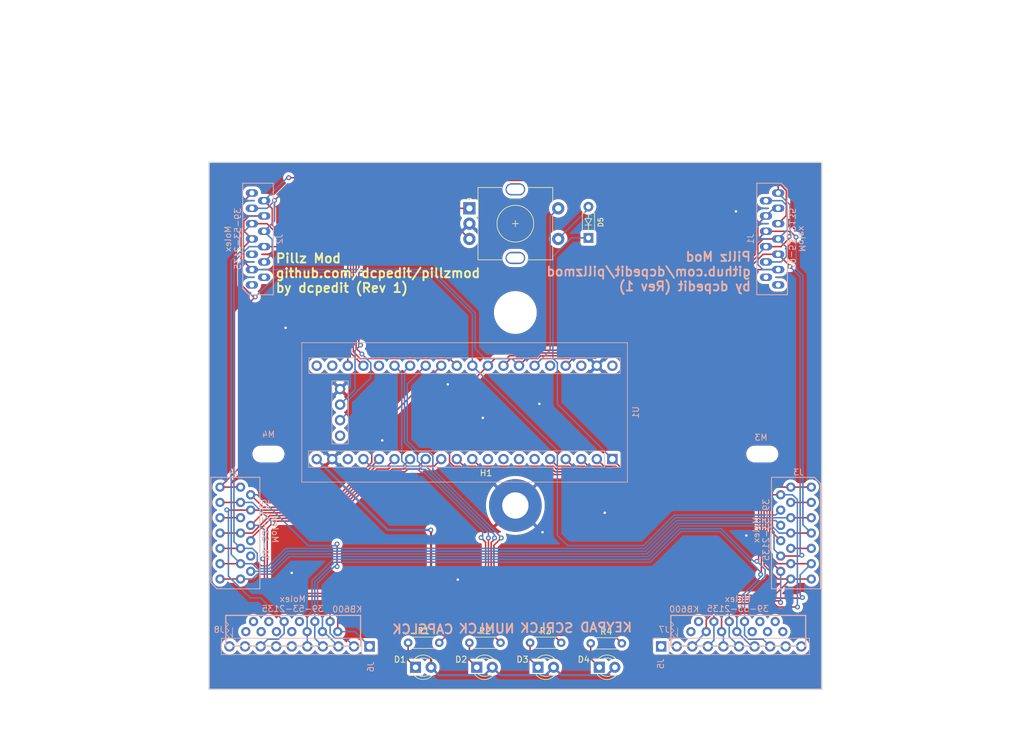
<source format=kicad_pcb>
(kicad_pcb (version 20221018) (generator pcbnew)
  (layers (0 "F.Cu" signal) (31 "B.Cu" signal) (34 "B.Paste" user) (35 "F.Paste" user) (36 "B.SilkS" user "B.Silkscreen") (37 "F.SilkS" user "F.Silkscreen") (38 "B.Mask" user) (39 "F.Mask" user) (44 "Edge.Cuts" user))
  (net 0 "")
  (net 1 "Net-(D1-K)")
  (net 2 "/3V3")
  (net 3 "Net-(D2-K)")
  (net 4 "Net-(D3-K)")
  (net 5 "Net-(D4-K)")
  (net 6 "Net-(D5-A)")
  (net 8 "/ROW_F1")
  (net 9 "/ROW_F2")
  (net 10 "/COL_4")
  (net 11 "/COL_3")
  (net 12 "/ROW_ESC")
  (net 13 "/COL_5")
  (net 14 "/COL_0")
  (net 15 "/COL_2")
  (net 16 "/COL_1")
  (net 20 "/ROW_6")
  (net 21 "/ROW_8")
  (net 22 "/ROW_7")
  (net 24 "/ROW_MIN")
  (net 25 "unconnected-(J3-Pin_3-Pad3)")
  (net 26 "/ROW_9")
  (net 27 "/ROW_0")
  (net 28 "/ROW_5")
  (net 29 "/ROW_4")
  (net 30 "/ROW_3")
  (net 31 "unconnected-(J3-Pin_9-Pad9)")
  (net 32 "/ROW_2")
  (net 33 "/ROW_1")
  (net 34 "/ROW_EQL")
  (net 36 "unconnected-(J4-Pin_9-Pad9)")
  (net 38 "/COL_6")
  (net 42 "GND")
  (net 46 "/LED_CAPS_LOCK")
  (net 47 "/LED_NUM_LOCK")
  (net 48 "/LED_SCROLL_LOCK")
  (net 49 "/LED_KEYPAD")
  (net 61 "/ENA")
  (net 62 "/ENB")
  (footprint "LED_THT:LED_D3.0mm" (layer "F.Cu") (at 133.7 132.4)
    (fp_text reference "D1")
    (fp_text value "LED_ALT")
  )
  (footprint "LED_THT:LED_D3.0mm" (layer "F.Cu") (at 143.7 132.4)
    (fp_text reference "D2")
    (fp_text value "LED_ALT")
  )
  (footprint "LED_THT:LED_D3.0mm" (layer "F.Cu") (at 153.7 132.4)
    (fp_text reference "D3")
    (fp_text value "LED_ALT")
  )
  (footprint "LED_THT:LED_D3.0mm" (layer "F.Cu") (at 163.7 132.4)
    (fp_text reference "D4")
    (fp_text value "LED_ALT")
  )
  (footprint "Resistor_THT:R_Axial_DIN0204_L3.6mm_D1.6mm_P5.08mm_Horizontal" (layer "F.Cu") (at 132.5 128.4)
    (fp_text reference "R1")
    (fp_text value "R_US")
  )
  (footprint "Resistor_THT:R_Axial_DIN0204_L3.6mm_D1.6mm_P5.08mm_Horizontal" (layer "F.Cu") (at 142.5 128.4)
    (fp_text reference "R2")
    (fp_text value "R_US")
  )
  (footprint "Resistor_THT:R_Axial_DIN0204_L3.6mm_D1.6mm_P5.08mm_Horizontal" (layer "F.Cu") (at 152.4 128.4)
    (fp_text reference "R3")
    (fp_text value "R_US")
  )
  (footprint "Resistor_THT:R_Axial_DIN0204_L3.6mm_D1.6mm_P5.08mm_Horizontal" (layer "F.Cu") (at 162.3 128.5)
    (fp_text reference "R4")
    (fp_text value "R_US")
  )
  (footprint "Keebio-Parts:RotaryEncoder_EC11" (layer "F.Cu") (at 150 60)
    (fp_text reference "SW1")
    (fp_text value "RotaryEncoder_Switch")
  )
  (footprint "cftkb:D_DO-35_SOD27_P5.08mm_Horizontal" (layer "F.Cu") (at 161.925 63.5875 90)
    (fp_text reference "D5")
    (fp_text value "D_Small")
  )
  (footprint "MountingHole:MountingHole_4.3mm_M4_Pad" (layer "F.Cu") (at 150 106)
    (fp_text reference "H1")
    (fp_text value "mounting pad")
  )
  (footprint "kinesisMod_board_connectors:Molex_0039532135" (layer "B.Cu") (at 191.9 62.5 -90)
    (fp_text reference "J1")
    (fp_text value "Conn_01x13")
  )
  (footprint "kinesisMod_board_connectors:Molex_0039532135" (layer "B.Cu") (at 108 62.5 90)
    (fp_text reference "J2")
    (fp_text value "Conn_01x13")
  )
  (footprint "kinesisMod_board_connectors:Molex_039532134" (layer "B.Cu") (at 195.8 110.5 -90)
    (fp_text reference "J3")
    (fp_text value "Conn_01x13")
  )
  (footprint "kinesisMod_board_connectors:Molex_039532134" (layer "B.Cu") (at 104.3 110.5 90)
    (fp_text reference "J4")
    (fp_text value "Conn_01x13")
  )
  (footprint "Pin_Headers:Pin_Header_Straight_1x10_Pitch2.54mm" (layer "B.Cu") (at 173.8 129 -90)
    (fp_text reference "J5" hide)
    (fp_text value "Conn_01x10")
  )
  (footprint "Pin_Headers:Pin_Header_Straight_1x10_Pitch2.54mm" (layer "B.Cu") (at 126.2 129 90)
    (fp_text reference "J6")
    (fp_text value "Conn_01x10")
  )
  (footprint "Mounting_Holes:MountingHole_6.4mm_M6" (layer "B.Cu") (at 150 74.5)
    (fp_text reference "M1" hide)
    (fp_text value "MountingHole_6.4mm_M6")
  )
  (footprint "MountingHole:MountingHole_4.3mm_M4" (layer "B.Cu") (at 109.7 97.6)
    (fp_text reference "M4")
    (fp_text value "MountingHole_4.3mm_M4")
  )
  (footprint "MountingHole:MountingHole_4.3mm_M4" (layer "B.Cu") (at 190.3 97.6)
    (fp_text reference "M3")
    (fp_text value "MountingHole_4.3mm_M4")
  )
  (footprint "kinx:39-53-2135" (layer "B.Cu") (at 186.157 126.59)
    (fp_text reference "J7")
    (fp_text value "Conn_01x13" hide)
  )
  (footprint "kinx:39-53-2135" (layer "B.Cu") (at 113.513 126.59)
    (fp_text reference "J8")
    (fp_text value "Conn_01x13" hide)
  )
  (footprint "Footprints:YAAJ_WeAct_BlackPill_SWD_2" (layer "B.Cu") (at 165.839 98.425 90)
    (fp_text reference "U1")
    (fp_text value "YAAJ_WeAct_BlackPill_Part_Like_SWD_Breakout" hide)
  )
  (gr_line (start 100 136) (end 200 136) (stroke (width 0.2)) (layer "Edge.Cuts"))
  (gr_line (start 200 50) (end 100 50) (stroke (width 0.2)) (layer "Edge.Cuts"))
  (gr_line (start 200 136) (end 200 50) (stroke (width 0.2)) (layer "Edge.Cuts"))
  (gr_line (start 100 136) (end 100 50) (stroke (width 0.2)) (layer "Edge.Cuts"))
  (gr_text "Molex\n39-53-2135" (at 190.119 109.982 90) (layer "B.SilkS") (effects (font (size 1 1)) (justify mirror)))
  (gr_text "KB600" (at 177.546 122.936) (layer "B.SilkS") (effects (font (size 1 1)) (justify mirror)))
  (gr_text "Molex\n39-53-2135" (at 103.886 62.484 90) (layer "B.SilkS") (effects (font (size 1 1)) (justify mirror)))
  (gr_text "NUMLCK" (at 145.3 126.1) (layer "B.SilkS") (effects (font (size 1.5 1.5) (thickness 0.3)) (justify mirror)))
  (gr_text "Molex\n39-53-2135" (at 113.665 122.047) (layer "B.SilkS") (effects (font (size 1 1)) (justify mirror)))
  (gr_text "Molex\n39-53-2135" (at 186.309 122.047) (layer "B.SilkS") (effects (font (size 1 1)) (justify mirror)))
  (gr_text "KEYPAD" (at 164.8 125.9) (layer "B.SilkS") (effects (font (size 1.5 1.5) (thickness 0.3)) (justify mirror)))
  (gr_text "Pillz Mod\ngithub.com/dcpedit/pillzmod\nby dcpedit (Rev 1)" (at 188.6 67.818) (layer "B.SilkS") (effects (font (size 1.5 1.5) (thickness 0.3)) (justify left mirror)))
  (gr_text "Molex\n39-53-2135" (at 109.982 109.982 270) (layer "B.SilkS") (effects (font (size 1 1)) (justify mirror)))
  (gr_text "KB600" (at 122.555 122.936) (layer "B.SilkS") (effects (font (size 1 1)) (justify mirror)))
  (gr_text "Molex\n39-53-2135" (at 195.961 62.484 270) (layer "B.SilkS") (effects (font (size 1 1)) (justify mirror)))
  (gr_text "CAPSLCK" (at 134.9 126.2) (layer "B.SilkS") (effects (font (size 1.5 1.5) (thickness 0.3)) (justify mirror)))
  (gr_text "SCRLCK" (at 155.1 126) (layer "B.SilkS") (effects (font (size 1.5 1.5) (thickness 0.3)) (justify mirror)))
  (gr_text "Pillz Mod\ngithub.com/dcpedit/pillzmod\nby dcpedit (Rev 1)" (at 110.744 68.072) (layer "F.SilkS") (effects (font (size 1.5 1.5) (thickness 0.3)) (justify left)))
  (segment (start 132.5 131.2) (end 133.7 132.4) (width 0.25) (layer "F.Cu") (net 1))
  (segment (start 132.5 128.4) (end 132.5 131.2) (width 0.25) (layer "F.Cu") (net 1))
  (segment (start 136.24 110.04) (end 136.2 110) (width 0.375) (layer "F.Cu") (net 2))
  (segment (start 136.24 132.4) (end 136.24 110.04) (width 0.375) (layer "F.Cu") (net 2))
  (via (at 136.2 110) (size 0.8) (drill 0.4) (layers "F.Cu" "B.Cu") (net 2))
  (segment (start 146.24 132.4) (end 147.527011 133.687011) (width 0.375) (layer "B.Cu") (net 2))
  (segment (start 147.527011 133.687011) (end 154.952989 133.687011) (width 0.375) (layer "B.Cu") (net 2))
  (segment (start 117.579 98.425) (end 129.154 110) (width 0.375) (layer "B.Cu") (net 2))
  (segment (start 157.527011 133.687011) (end 164.952989 133.687011) (width 0.375) (layer "B.Cu") (net 2))
  (segment (start 154.952989 133.687011) (end 156.24 132.4) (width 0.375) (layer "B.Cu") (net 2))
  (segment (start 144.952989 133.687011) (end 146.24 132.4) (width 0.375) (layer "B.Cu") (net 2))
  (segment (start 136.24 132.4) (end 137.527011 133.687011) (width 0.375) (layer "B.Cu") (net 2))
  (segment (start 129.154 110) (end 136.2 110) (width 0.375) (layer "B.Cu") (net 2))
  (segment (start 164.952989 133.687011) (end 166.24 132.4) (width 0.375) (layer "B.Cu") (net 2))
  (segment (start 156.24 132.4) (end 157.527011 133.687011) (width 0.375) (layer "B.Cu") (net 2))
  (segment (start 137.527011 133.687011) (end 144.952989 133.687011) (width 0.375) (layer "B.Cu") (net 2))
  (segment (start 142.5 128.4) (end 142.5 131.2) (width 0.25) (layer "F.Cu") (net 3))
  (segment (start 142.5 131.2) (end 143.7 132.4) (width 0.25) (layer "F.Cu") (net 3))
  (segment (start 152.4 131.1) (end 153.7 132.4) (width 0.25) (layer "F.Cu") (net 4))
  (segment (start 152.4 128.4) (end 152.4 131.1) (width 0.25) (layer "F.Cu") (net 4))
  (segment (start 162.3 128.5) (end 162.3 131) (width 0.25) (layer "F.Cu") (net 5))
  (segment (start 162.3 131) (end 163.7 132.4) (width 0.25) (layer "F.Cu") (net 5))
  (segment (start 157 62.5) (end 161.925 57.575) (width 0.25) (layer "B.Cu") (net 6))
  (segment (start 161.925 57.575) (end 161.925 57.2375) (width 0.25) (layer "B.Cu") (net 6))
  (segment (start 159.45448 81.94952) (end 158.219 83.185) (width 0.25) (layer "F.Cu") (net 8))
  (segment (start 163.12948 81.94952) (end 159.45448 81.94952) (width 0.25) (layer "F.Cu") (net 8))
  (segment (start 192.9 53.92825) (end 191.92127 52.94952) (width 0.25) (layer "F.Cu") (net 8))
  (segment (start 192.9 55) (end 192.9 53.92825) (width 0.25) (layer "F.Cu") (net 8))
  (segment (start 191.92127 52.94952) (end 113.95048 52.94952) (width 0.25) (layer "F.Cu") (net 8))
  (segment (start 194.7 62.407468) (end 194.7 62.1) (width 0.25) (layer "F.Cu") (net 8))
  (segment (start 193.357468 63.75) (end 194.7 62.407468) (width 0.25) (layer "F.Cu") (net 8))
  (segment (start 177.579 67.5) (end 163.12948 81.94952) (width 0.25) (layer "F.Cu") (net 8))
  (segment (start 192.9 67.5) (end 177.579 67.5) (width 0.25) (layer "F.Cu") (net 8))
  (segment (start 113.95048 52.94952) (end 110.7 56.2) (width 0.25) (layer "F.Cu") (net 8))
  (segment (start 190.9 63.75) (end 193.357468 63.75) (width 0.25) (layer "F.Cu") (net 8))
  (via (at 110.7 56.2) (size 0.8) (drill 0.4) (layers "F.Cu" "B.Cu") (net 8))
  (via (at 194.7 62.1) (size 0.8) (drill 0.4) (layers "F.Cu" "B.Cu") (net 8))
  (segment (start 189.57548 65.07452) (end 189.57548 66.67548) (width 0.25) (layer "B.Cu") (net 8))
  (segment (start 109 61.25) (end 110.32452 62.57452) (width 0.25) (layer "B.Cu") (net 8))
  (segment (start 107 57.5) (end 109.457468 57.5) (width 0.25) (layer "B.Cu") (net 8))
  (segment (start 189.57548 66.67548) (end 190.4 67.5) (width 0.25) (layer "B.Cu") (net 8))
  (segment (start 110.32452 62.57452) (end 110.32452 64.92548) (width 0.25) (layer "B.Cu") (net 8))
  (segment (start 194.831661 56.931661) (end 192.9 55) (width 0.25) (layer "B.Cu") (net 8))
  (segment (start 190.4 67.5) (end 192.9 67.5) (width 0.25) (layer "B.Cu") (net 8))
  (segment (start 109 61.25) (end 110.5 59.75) (width 0.25) (layer "B.Cu") (net 8))
  (segment (start 109.457468 57.5) (end 110.7 56.257468) (width 0.25) (layer "B.Cu") (net 8))
  (segment (start 194.7 62.1) (end 194.831661 61.968339) (width 0.25) (layer "B.Cu") (net 8))
  (segment (start 190.9 63.75) (end 189.57548 65.07452) (width 0.25) (layer "B.Cu") (net 8))
  (segment (start 194.831661 61.968339) (end 194.831661 56.931661) (width 0.25) (layer "B.Cu") (net 8))
  (segment (start 110.32452 64.92548) (end 109 66.25) (width 0.25) (layer "B.Cu") (net 8))
  (segment (start 110.5 59.75) (end 110.7 59.55) (width 0.25) (layer "B.Cu") (net 8))
  (segment (start 110.7 56.257468) (end 110.7 56.2) (width 0.25) (layer "B.Cu") (net 8))
  (segment (start 110.7 59.55) (end 110.7 56.2) (width 0.25) (layer "B.Cu") (net 8))
  (segment (start 159.082085 81.05048) (end 162.757086 81.05048) (width 0.25) (layer "F.Cu") (net 9))
  (segment (start 107 62.5) (end 105.67548 63.82452) (width 0.25) (layer "F.Cu") (net 9))
  (segment (start 150.599 83.185) (end 151.773511 82.010489) (width 0.25) (layer "F.Cu") (net 9))
  (segment (start 105.67548 61.17548) (end 107 62.5) (width 0.25) (layer "F.Cu") (net 9))
  (segment (start 154.127313 81.560969) (end 158.571596 81.560969) (width 0.25) (layer "F.Cu") (net 9))
  (segment (start 105.67548 63.82452) (end 105.67548 66.17548) (width 0.25) (layer "F.Cu") (net 9))
  (segment (start 153.677793 82.010489) (end 154.127313 81.560969) (width 0.25) (layer "F.Cu") (net 9))
  (segment (start 151.773511 82.010489) (end 153.677793 82.010489) (width 0.25) (layer "F.Cu") (net 9))
  (segment (start 192.9 62.5) (end 190.442532 62.5) (width 0.25) (layer "F.Cu") (net 9))
  (segment (start 162.757084 81.05048) (end 164.258282 79.549282) (width 0.25) (layer "F.Cu") (net 9))
  (segment (start 189.571266 65.235548) (end 188.205854 66.60096) (width 0.25) (layer "F.Cu") (net 9))
  (segment (start 162.757086 81.05048) (end 164.258282 79.549282) (width 0.25) (layer "F.Cu") (net 9))
  (segment (start 188.205854 66.60096) (end 177.206604 66.60096) (width 0.25) (layer "F.Cu") (net 9))
  (segment (start 106.542532 58.75) (end 105.67548 59.617052) (width 0.25) (layer "F.Cu") (net 9))
  (segment (start 177.206604 66.60096) (end 164.258282 79.549282) (width 0.25) (layer "F.Cu") (net 9))
  (segment (start 105.67548 59.617052) (end 105.67548 61.17548) (width 0.25) (layer "F.Cu") (net 9))
  (segment (start 158.571596 81.560969) (end 159.082085 81.05048) (width 0.25) (layer "F.Cu") (net 9))
  (segment (start 189.571266 63.371266) (end 189.571266 65.235548) (width 0.25) (layer "F.Cu") (net 9))
  (segment (start 190.442532 62.5) (end 189.571266 63.371266) (width 0.25) (layer "F.Cu") (net 9))
  (segment (start 105.67548 66.17548) (end 107 67.5) (width 0.25) (layer "F.Cu") (net 9))
  (segment (start 109 58.75) (end 106.542532 58.75) (width 0.25) (layer "F.Cu") (net 9))
  (segment (start 194.22452 65.382948) (end 194.22452 63.82452) (width 0.25) (layer "B.Cu") (net 9))
  (segment (start 107 67.5) (end 133.48 67.5) (width 0.25) (layer "B.Cu") (net 9))
  (segment (start 136.375718 67.5) (end 133.48 67.5) (width 0.25) (layer "B.Cu") (net 9))
  (segment (start 190.9 66.25) (end 193.357468 66.25) (width 0.25) (layer "B.Cu") (net 9))
  (segment (start 193.357468 66.25) (end 194.22452 65.382948) (width 0.25) (layer "B.Cu") (net 9))
  (segment (start 194.382141 61.017859) (end 194.382141 57.117859) (width 0.25) (layer "B.Cu") (net 9))
  (segment (start 145.030489 82.010489) (end 143.42852 80.40852) (width 0.25) (layer "B.Cu") (net 9))
  (segment (start 194.22452 63.82452) (end 192.9 62.5) (width 0.25) (layer "B.Cu") (net 9))
  (segment (start 143.42852 74.552802) (end 136.375718 67.5) (width 0.25) (layer "B.Cu") (net 9))
  (segment (start 194.382141 57.117859) (end 193.514282 56.25) (width 0.25) (layer "B.Cu") (net 9))
  (segment (start 193.514282 56.25) (end 190.9 56.25) (width 0.25) (layer "B.Cu") (net 9))
  (segment (start 192.9 62.5) (end 194.382141 61.017859) (width 0.25) (layer "B.Cu") (net 9))
  (segment (start 149.424489 82.010489) (end 145.030489 82.010489) (width 0.25) (layer "B.Cu") (net 9))
  (segment (start 143.42852 80.40852) (end 143.42852 74.552802) (width 0.25) (layer "B.Cu") (net 9))
  (segment (start 150.599 83.185) (end 149.424489 82.010489) (width 0.25) (layer "B.Cu") (net 9))
  (segment (start 192.9 65) (end 194.8 66.9) (width 0.25) (layer "F.Cu") (net 10))
  (segment (start 190.442532 65) (end 188.392052 67.05048) (width 0.25) (layer "F.Cu") (net 10))
  (segment (start 177.392802 67.05048) (end 162.943282 81.5) (width 0.25) (layer "F.Cu") (net 10))
  (segment (start 188.392052 67.05048) (end 177.392802 67.05048) (width 0.25) (layer "F.Cu") (net 10))
  (segment (start 162.943282 81.5) (end 159.268282 81.5) (width 0.25) (layer "F.Cu") (net 10))
  (segment (start 194.8 66.9) (end 194.8 67) (width 0.25) (layer "F.Cu") (net 10))
  (segment (start 196.62498 114.25) (end 193.3 114.25) (width 0.25) (layer "F.Cu") (net 10))
  (segment (start 192.9 65) (end 190.442532 65) (width 0.25) (layer "F.Cu") (net 10))
  (segment (start 159.268282 81.5) (end 158.757793 82.010489) (width 0.25) (layer "F.Cu") (net 10))
  (segment (start 154.313511 82.010489) (end 153.139 83.185) (width 0.25) (layer "F.Cu") (net 10))
  (segment (start 158.757793 82.010489) (end 154.313511 82.010489) (width 0.25) (layer "F.Cu") (net 10))
  (segment (start 101.8 118) (end 105.15 118) (width 0.25) (layer "F.Cu") (net 10))
  (segment (start 196.754611 114.120369) (end 196.62498 114.25) (width 0.25) (layer "F.Cu") (net 10))
  (via (at 194.8 67) (size 0.8) (drill 0.4) (layers "F.Cu" "B.Cu") (net 10))
  (via (at 196.754611 114.120369) (size 0.8) (drill 0.4) (layers "F.Cu" "B.Cu") (net 10))
  (segment (start 196.479631 113.845389) (end 196.479631 68.679631) (width 0.25) (layer "B.Cu") (net 10))
  (segment (start 155.675489 58.824511) (end 155.675489 80.648511) (width 0.25) (layer "B.Cu") (net 10))
  (segment (start 192.219889 113.169889) (end 192.219889 110.333116) (width 0.25) (layer "B.Cu") (net 10))
  (segment (start 171.658595 114.348559) (end 113.087159 114.348559) (width 0.25) (layer "B.Cu") (net 10))
  (segment (start 193.3 114.25) (end 192.219889 113.169889) (width 0.25) (layer "B.Cu") (net 10))
  (segment (start 196.754611 114.120369) (end 196.479631 113.845389) (width 0.25) (layer "B.Cu") (net 10))
  (segment (start 196.479631 68.679631) (end 194.8 67) (width 0.25) (layer "B.Cu") (net 10))
  (segment (start 192.219889 110.333116) (end 191.235333 109.34856) (width 0.25) (layer "B.Cu") (net 10))
  (segment (start 155.675489 80.648511) (end 153.139 83.185) (width 0.25) (layer "B.Cu") (net 10))
  (segment (start 157 57.5) (end 155.675489 58.824511) (width 0.25) (layer "B.Cu") (net 10))
  (segment (start 176.658594 109.34856) (end 171.658595 114.348559) (width 0.25) (layer "B.Cu") (net 10))
  (segment (start 107.877989 117.19952) (end 107.077509 118) (width 0.25) (layer "B.Cu") (net 10))
  (segment (start 107.077509 118) (end 105.15 118) (width 0.25) (layer "B.Cu") (net 10))
  (segment (start 113.087159 114.348559) (end 110.236197 117.19952) (width 0.25) (layer "B.Cu") (net 10))
  (segment (start 110.236197 117.19952) (end 107.877989 117.19952) (width 0.25) (layer "B.Cu") (net 10))
  (segment (start 191.235333 109.34856) (end 176.658594 109.34856) (width 0.25) (layer "B.Cu") (net 10))
  (segment (start 190.9 61.25) (end 189.121746 63.028254) (width 0.25) (layer "F.Cu") (net 11))
  (segment (start 151.583009 81.560969) (end 151.133489 82.010489) (width 0.25) (layer "F.Cu") (net 11))
  (segment (start 190.9 61.25) (end 194.874614 61.25) (width 0.25) (layer "F.Cu") (net 11))
  (segment (start 162.570888 80.60096) (end 158.895888 80.60096) (width 0.25) (layer "F.Cu") (net 11))
  (segment (start 195.8 62.175386) (end 195.8 62.2) (width 0.25) (layer "F.Cu") (net 11))
  (segment (start 194.95 110.5) (end 198.3 110.5) (width 0.25) (layer "F.Cu") (net 11))
  (segment (start 194.874614 61.25) (end 195.8 62.175386) (width 0.25) (layer "F.Cu") (net 11))
  (segment (start 158.895888 80.60096) (end 158.385399 81.111449) (width 0.25) (layer "F.Cu") (net 11))
  (segment (start 153.941116 81.111449) (end 153.491596 81.560969) (width 0.25) (layer "F.Cu") (net 11))
  (segment (start 188.019656 66.15144) (end 177.020408 66.15144) (width 0.25) (layer "F.Cu") (net 11))
  (segment (start 189.121746 63.028254) (end 189.121746 65.04935) (width 0.25) (layer "F.Cu") (net 11))
  (segment (start 189.121746 65.04935) (end 188.019656 66.15144) (width 0.25) (layer "F.Cu") (net 11))
  (segment (start 149.233511 82.010489) (end 148.059 83.185) (width 0.25) (layer "F.Cu") (net 11))
  (segment (start 158.385399 81.111449) (end 153.941116 81.111449) (width 0.25) (layer "F.Cu") (net 11))
  (segment (start 153.491596 81.560969) (end 151.583009 81.560969) (width 0.25) (layer "F.Cu") (net 11))
  (segment (start 151.133489 82.010489) (end 149.233511 82.010489) (width 0.25) (layer "F.Cu") (net 11))
  (segment (start 177.020408 66.15144) (end 162.570888 80.60096) (width 0.25) (layer "F.Cu") (net 11))
  (via (at 195.8 62.2) (size 0.8) (drill 0.4) (layers "F.Cu" "B.Cu") (net 11))
  (segment (start 176.472396 108.89904) (end 191.421531 108.89904) (width 0.25) (layer "B.Cu") (net 11))
  (segment (start 171.472394 113.89904) (end 176.472396 108.89904) (width 0.25) (layer "B.Cu") (net 11))
  (segment (start 198.3 110.5) (end 196.929151 109.129151) (width 0.25) (layer "B.Cu") (net 11))
  (segment (start 195.8 67.363604) (end 195.8 62.2) (width 0.25) (layer "B.Cu") (net 11))
  (segment (start 191.421531 108.89904) (end 193.022491 110.5) (width 0.25) (layer "B.Cu") (net 11))
  (segment (start 196.929151 109.129151) (end 196.929151 69.469) (width 0.25) (layer "B.Cu") (net 11))
  (segment (start 112.90096 113.89904) (end 171.472394 113.89904) (width 0.25) (layer "B.Cu") (net 11))
  (segment (start 193.022491 110.5) (end 194.95 110.5) (width 0.25) (layer "B.Cu") (net 11))
  (segment (start 196.929631 69.46852) (end 196.929631 68.493235) (width 0.25) (layer "B.Cu") (net 11))
  (segment (start 196.929631 68.493235) (end 195.8 67.363604) (width 0.25) (layer "B.Cu") (net 11))
  (segment (start 110.05 116.75) (end 112.90096 113.89904) (width 0.25) (layer "B.Cu") (net 11))
  (segment (start 196.929151 69.469) (end 196.929631 69.46852) (width 0.25) (layer "B.Cu") (net 11))
  (segment (start 106.8 116.75) (end 110.05 116.75) (width 0.25) (layer "B.Cu") (net 11))
  (segment (start 192.107468 52.5) (end 113 52.5) (width 0.25) (layer "F.Cu") (net 12))
  (segment (start 110.32452 57.57452) (end 110.32452 60.17548) (width 0.25) (layer "F.Cu") (net 12))
  (segment (start 139.264489 82.010489) (end 124.660207 82.010489) (width 0.25) (layer "F.Cu") (net 12))
  (segment (start 112.944146 62.85096) (end 118.61096 62.85096) (width 0.25) (layer "F.Cu") (net 12))
  (segment (start 194.22452 54.617052) (end 192.107468 52.5) (width 0.25) (layer "F.Cu") (net 12))
  (segment (start 192.9 60) (end 194.22452 58.67548) (width 0.25) (layer "F.Cu") (net 12))
  (segment (start 123.55804 65.627604) (end 120.781396 62.85096) (width 0.25) (layer "F.Cu") (net 12))
  (segment (start 110.32452 60.17548) (end 110.296593 60.203407) (width 0.25) (layer "F.Cu") (net 12))
  (segment (start 194.22452 58.67548) (end 194.22452 54.617052) (width 0.25) (layer "F.Cu") (net 12))
  (segment (start 124.660207 82.010489) (end 123.55804 80.908322) (width 0.25) (layer "F.Cu") (net 12))
  (segment (start 140.439 83.185) (end 139.264489 82.010489) (width 0.25) (layer "F.Cu") (net 12))
  (segment (start 123.55804 80.908322) (end 123.55804 65.627604) (width 0.25) (layer "F.Cu") (net 12))
  (segment (start 109 56.25) (end 110.32452 57.57452) (width 0.25) (layer "F.Cu") (net 12))
  (segment (start 110.296593 60.203407) (end 112.944146 62.85096) (width 0.25) (layer "F.Cu") (net 12))
  (segment (start 120.781396 62.85096) (end 118.61096 62.85096) (width 0.25) (layer "F.Cu") (net 12))
  (via (at 113 52.5) (size 0.8) (drill 0.4) (layers "F.Cu" "B.Cu") (net 12))
  (segment (start 109 56.25) (end 112.75 52.5) (width 0.25) (layer "B.Cu") (net 12))
  (segment (start 112.75 52.5) (end 113 52.5) (width 0.25) (layer "B.Cu") (net 12))
  (segment (start 158.648722 101.397591) (end 160.553005 101.397591) (width 0.25) (layer "F.Cu") (net 13))
  (segment (start 162.38469 80.15144) (end 158.709691 80.15144) (width 0.25) (layer "F.Cu") (net 13))
  (segment (start 190.9 58.75) (end 189.57548 60.07452) (width 0.25) (layer "F.Cu") (net 13))
  (segment (start 158.199202 100.948071) (end 158.648722 101.397591) (width 0.25) (layer "F.Cu") (net 13))
  (segment (start 151.396812 81.111449) (end 150.947291 81.560969) (width 0.25) (layer "F.Cu") (net 13))
  (segment (start 140.977794 99.599511) (end 141.427314 100.049031) (width 0.25) (layer "F.Cu") (net 13))
  (segment (start 160.553005 101.397591) (end 161.002525 101.847111) (width 0.25) (layer "F.Cu") (net 13))
  (segment (start 158.709691 80.15144) (end 158.199201 80.661929) (width 0.25) (layer "F.Cu") (net 13))
  (segment (start 189.70096 106.67955) (end 189.70096 114.82502) (width 0.25) (layer "F.Cu") (net 13))
  (segment (start 161.002525 101.847111) (end 162.906808 101.847111) (width 0.25) (layer "F.Cu") (net 13))
  (segment (start 150.947291 81.560969) (end 149.047314 81.560969) (width 0.25) (layer "F.Cu") (net 13))
  (segment (start 156.29492 100.948071) (end 158.199202 100.948071) (width 0.25) (layer "F.Cu") (net 13))
  (segment (start 158.199201 80.661929) (end 153.754919 80.661929) (width 0.25) (layer "F.Cu") (net 13))
  (segment (start 163.356328 102.296631) (end 165.260605 102.296631) (width 0.25) (layer "F.Cu") (net 13))
  (segment (start 139.952501 99.599511) (end 140.977794 99.599511) (width 0.25) (layer "F.Cu") (net 13))
  (segment (start 169.110614 106.14664) (end 189.16805 106.14664) (width 0.25) (layer "F.Cu") (net 13))
  (segment (start 165.260605 102.296631) (end 169.110614 106.14664) (width 0.25) (layer "F.Cu") (net 13))
  (segment (start 143.331596 100.049031) (end 143.781116 100.498551) (width 0.25) (layer "F.Cu") (net 13))
  (segment (start 187.833458 65.70192) (end 176.83421 65.70192) (width 0.25) (layer "F.Cu") (net 13))
  (segment (start 145.519 83.185) (end 139.264489 89.439511) (width 0.25) (layer "F.Cu") (net 13))
  (segment (start 143.781116 100.498551) (end 155.8454 100.498551) (width 0.25) (layer "F.Cu") (net 13))
  (segment (start 176.83421 65.70192) (end 162.38469 80.15144) (width 0.25) (layer "F.Cu") (net 13))
  (segment (start 153.754919 80.661929) (end 153.305398 81.111449) (width 0.25) (layer "F.Cu") (net 13))
  (segment (start 149.047314 81.560969) (end 148.597793 82.010489) (width 0.25) (layer "F.Cu") (net 13))
  (segment (start 188.672226 62.842056) (end 188.672226 64.863152) (width 0.25) (layer "F.Cu") (net 13))
  (segment (start 139.264489 89.439511) (end 139.264489 98.911499) (width 0.25) (layer "F.Cu") (net 13))
  (segment (start 189.57548 61.938802) (end 188.672226 62.842056) (width 0.25) (layer "F.Cu") (net 13))
  (segment (start 155.8454 100.498551) (end 156.29492 100.948071) (width 0.25) (layer "F.Cu") (net 13))
  (segment (start 148.597793 82.010489) (end 146.693511 82.010489) (width 0.25) (layer "F.Cu") (net 13))
  (segment (start 153.305398 81.111449) (end 151.396812 81.111449) (width 0.25) (layer "F.Cu") (net 13))
  (segment (start 189.57548 60.07452) (end 189.57548 61.938802) (width 0.25) (layer "F.Cu") (net 13))
  (segment (start 162.906808 101.847111) (end 163.356328 102.296631) (width 0.25) (layer "F.Cu") (net 13))
  (segment (start 188.672226 64.863152) (end 187.833458 65.70192) (width 0.25) (layer "F.Cu") (net 13))
  (segment (start 139.264489 98.911499) (end 139.952501 99.599511) (width 0.25) (layer "F.Cu") (net 13))
  (segment (start 189.16805 106.14664) (end 189.70096 106.67955) (width 0.25) (layer "F.Cu") (net 13))
  (segment (start 189.70096 114.82502) (end 189.42598 115.1) (width 0.25) (layer "F.Cu") (net 13))
  (segment (start 141.427314 100.049031) (end 143.331596 100.049031) (width 0.25) (layer "F.Cu") (net 13))
  (segment (start 146.693511 82.010489) (end 145.519 83.185) (width 0.25) (layer "F.Cu") (net 13))
  (via (at 189.42598 115.1) (size 0.8) (drill 0.4) (layers "F.Cu" "B.Cu") (net 13))
  (segment (start 187.407 120.918305) (end 187.407 124.94) (width 0.25) (layer "B.Cu") (net 13))
  (segment (start 191.58 129) (end 190.405 127.825) (width 0.25) (layer "B.Cu") (net 13))
  (segment (start 116.813 118.251282) (end 120.266204 114.798079) (width 0.25) (layer "B.Cu") (net 13))
  (segment (start 116.013 124.079) (end 116.813 123.279) (width 0.25) (layer "B.Cu") (net 13))
  (segment (start 171.844792 114.798079) (end 176.844793 109.79808) (width 0.25) (layer "B.Cu") (net 13))
  (segment (start 188.065 127.825) (end 187.407 127.167) (width 0.25) (layer "B.Cu") (net 13))
  (segment (start 120.266204 114.798079) (end 171.844792 114.798079) (width 0.25) (layer "B.Cu") (net 13))
  (segment (start 189.42598 115.1) (end 190.762701 116.436721) (width 0.25) (layer "B.Cu") (net 13))
  (segment (start 187.407 127.167) (end 187.407 124.94) (width 0.25) (layer "B.Cu") (net 13))
  (segment (start 116.013 126.59) (end 116.013 124.079) (width 0.25) (layer "B.Cu") (net 13))
  (segment (start 183.59808 109.79808) (end 188.9 115.1) (width 0.25) (layer "B.Cu") (net 13))
  (segment (start 176.844793 109.79808) (end 183.59808 109.79808) (width 0.25) (layer "B.Cu") (net 13))
  (segment (start 190.405 127.825) (end 188.065 127.825) (width 0.25) (layer "B.Cu") (net 13))
  (segment (start 116.04 126.617) (end 116.013 126.59) (width 0.25) (layer "B.Cu") (net 13))
  (segment (start 188.9 115.1) (end 189.42598 115.1) (width 0.25) (layer "B.Cu") (net 13))
  (segment (start 116.813 123.279) (end 116.813 118.251282) (width 0.25) (layer "B.Cu") (net 13))
  (segment (start 190.762701 116.436721) (end 190.762701 117.562604) (width 0.25) (layer "B.Cu") (net 13))
  (segment (start 116.04 129) (end 116.04 126.617) (width 0.25) (layer "B.Cu") (net 13))
  (segment (start 192.15 57.5) (end 190.9 58.75) (width 0.25) (layer "B.Cu") (net 13))
  (segment (start 192.9 57.5) (end 192.15 57.5) (width 0.25) (layer "B.Cu") (net 13))
  (segment (start 190.762701 117.562604) (end 187.407 120.918305) (width 0.25) (layer "B.Cu") (net 13))
  (segment (start 101.8 103) (end 104.724 100.076) (width 0.25) (layer "F.Cu") (net 14))
  (segment (start 105.22596 56.77404) (end 105.22596 69.933428) (width 0.25) (layer "F.Cu") (net 14))
  (segment (start 107 55) (end 105.22596 56.77404) (width 0.25) (layer "F.Cu") (net 14))
  (segment (start 104.902 74.598) (end 107.55 71.95) (width 0.25) (layer "F.Cu") (net 14))
  (segment (start 104.724 100.076) (end 104.902 100.076) (width 0.25) (layer "F.Cu") (net 14))
  (segment (start 105.22596 69.933428) (end 107.242532 71.95) (width 0.25) (layer "F.Cu") (net 14))
  (segment (start 101.8 103) (end 105.15 103) (width 0.25) (layer "F.Cu") (net 14))
  (segment (start 107.242532 71.95) (end 107.55 71.95) (width 0.25) (layer "F.Cu") (net 14))
  (segment (start 104.902 100.076) (end 104.902 74.598) (width 0.25) (layer "F.Cu") (net 14))
  (via (at 107.55 71.95) (size 0.8) (drill 0.4) (layers "F.Cu" "B.Cu") (net 14))
  (segment (start 111.55048 67.94952) (end 136.18952 67.94952) (width 0.25) (layer "B.Cu") (net 14))
  (segment (start 142.979 74.739) (end 136.18952 67.94952) (width 0.25) (layer "B.Cu") (net 14))
  (segment (start 170.913802 112.55048) (end 175.913802 107.55048) (width 0.25) (layer "B.Cu") (net 14))
  (segment (start 107.55 71.95) (end 111.55048 67.94952) (width 0.25) (layer "B.Cu") (net 14))
  (segment (start 192.49952 107.55048) (end 193.3 106.75) (width 0.25) (layer "B.Cu") (net 14))
  (segment (start 175.913802 107.55048) (end 192.49952 107.55048) (width 0.25) (layer "B.Cu") (net 14))
  (segment (start 158.52448 112.55048) (end 170.913802 112.55048) (width 0.25) (layer "B.Cu") (net 14))
  (segment (start 156.853511 97.059511) (end 156.853511 110.879511) (width 0.25) (layer "B.Cu") (net 14))
  (segment (start 157.737 111.763) (end 158.52448 112.55048) (width 0.25) (layer "B.Cu") (net 14))
  (segment (start 142.979 83.185) (end 142.979 74.739) (width 0.25) (layer "B.Cu") (net 14))
  (segment (start 142.979 83.185) (end 156.853511 97.059511) (width 0.25) (layer "B.Cu") (net 14))
  (segment (start 156.853511 110.879511) (end 157.737 111.763) (width 0.25) (layer "B.Cu") (net 14))
  (segment (start 112.757948 63.30048) (end 109.457468 60) (width 0.25) (layer "F.Cu") (net 15))
  (segment (start 125.199 83.185) (end 123.10852 81.09452) (width 0.25) (layer "F.Cu") (net 15))
  (segment (start 117.21048 63.30048) (end 112.757948 63.30048) (width 0.25) (layer "F.Cu") (net 15))
  (segment (start 123.10852 65.813802) (end 120.595198 63.30048) (width 0.25) (layer "F.Cu") (net 15))
  (segment (start 123.10852 81.09452) (end 123.10852 65.813802) (width 0.25) (layer "F.Cu") (net 15))
  (segment (start 109.457468 60) (end 107 60) (width 0.25) (layer "F.Cu") (net 15))
  (segment (start 120.595198 63.30048) (end 117.21048 63.30048) (width 0.25) (layer "F.Cu") (net 15))
  (segment (start 101.8 115.5) (end 105.15 115.5) (width 0.25) (layer "F.Cu") (net 15))
  (segment (start 103.620369 113.970369) (end 105.15 115.5) (width 0.25) (layer "B.Cu") (net 15))
  (segment (start 112.714762 113.44952) (end 109.863802 116.30048) (width 0.25) (layer "B.Cu") (net 15))
  (segment (start 109.863802 116.30048) (end 107.877989 116.30048) (width 0.25) (layer "B.Cu") (net 15))
  (segment (start 105.6 61.4) (end 105.6 64.056814) (width 0.25) (layer "B.Cu") (net 15))
  (segment (start 107 60) (end 105.6 61.4) (width 0.25) (layer "B.Cu") (net 15))
  (segment (start 192.49952 108.44952) (end 176.286198 108.44952) (width 0.25) (layer "B.Cu") (net 15))
  (segment (start 103.620369 66.036446) (end 103.620369 113.970369) (width 0.25) (layer "B.Cu") (net 15))
  (segment (start 176.286198 108.44952) (end 171.286197 113.44952) (width 0.25) (layer "B.Cu") (net 15))
  (segment (start 105.6 64.056814) (end 103.620369 66.036446) (width 0.25) (layer "B.Cu") (net 15))
  (segment (start 193.3 109.25) (end 192.49952 108.44952) (width 0.25) (layer "B.Cu") (net 15))
  (segment (start 107.077509 115.5) (end 105.15 115.5) (width 0.25) (layer "B.Cu") (net 15))
  (segment (start 107.877989 116.30048) (end 107.077509 115.5) (width 0.25) (layer "B.Cu") (net 15))
  (segment (start 171.286197 113.44952) (end 112.714762 113.44952) (width 0.25) (layer "B.Cu") (net 15))
  (segment (start 120.409 63.75) (end 119.51 63.75) (width 0.25) (layer "F.Cu") (net 16))
  (segment (start 122.659 66) (end 120.409 63.75) (width 0.25) (layer "F.Cu") (net 16))
  (segment (start 194.95 108) (end 198.3 108) (width 0.25) (layer "F.Cu") (net 16))
  (segment (start 122.659 83.185) (end 122.659 66) (width 0.25) (layer "F.Cu") (net 16))
  (segment (start 109 63.75) (end 119.51 63.75) (width 0.25) (layer "F.Cu") (net 16))
  (segment (start 101.8 113) (end 105.15 113) (width 0.25) (layer "F.Cu") (net 16))
  (segment (start 107.880111 115.180111) (end 108.55096 115.85096) (width 0.25) (layer "B.Cu") (net 16))
  (segment (start 109 63.75) (end 106.542532 63.75) (width 0.25) (layer "B.Cu") (net 16))
  (segment (start 107.880111 113.802602) (end 107.880111 115.180111) (width 0.25) (layer "B.Cu") (net 16))
  (segment (start 104.069889 111.919889) (end 105.15 113) (width 0.25) (layer "B.Cu") (net 16))
  (segment (start 176.1 108) (end 194.95 108) (width 0.25) (layer "B.Cu") (net 16))
  (segment (start 112.528564 113) (end 171.1 113) (width 0.25) (layer "B.Cu") (net 16))
  (segment (start 171.1 113) (end 176.1 108) (width 0.25) (layer "B.Cu") (net 16))
  (segment (start 107.077509 113) (end 107.880111 113.802602) (width 0.25) (layer "B.Cu") (net 16))
  (segment (start 109.677604 115.85096) (end 112.528564 113) (width 0.25) (layer "B.Cu") (net 16))
  (segment (start 105.15 113) (end 107.077509 113) (width 0.25) (layer "B.Cu") (net 16))
  (segment (start 104.069889 66.222643) (end 104.069889 111.919889) (width 0.25) (layer "B.Cu") (net 16))
  (segment (start 106.542532 63.75) (end 104.069889 66.222643) (width 0.25) (layer "B.Cu") (net 16))
  (segment (start 108.55096 115.85096) (end 109.677604 115.85096) (width 0.25) (layer "B.Cu") (net 16))
  (segment (start 190.6 106.307154) (end 190.6 115.757468) (width 0.25) (layer "F.Cu") (net 20))
  (segment (start 192.842532 118) (end 194.95 118) (width 0.25) (layer "F.Cu") (net 20))
  (segment (start 165.633001 101.397591) (end 169.48301 105.2476) (width 0.25) (layer "F.Cu") (net 20))
  (segment (start 163.728722 101.397591) (end 165.633001 101.397591) (width 0.25) (layer "F.Cu") (net 20))
  (segment (start 159.021116 100.498551) (end 160.925399 100.498551) (width 0.25) (layer "F.Cu") (net 20))
  (segment (start 160.925399 100.498551) (end 161.374919 100.948071) (width 0.25) (layer "F.Cu") (net 20))
  (segment (start 192.2795 120.6705) (end 194.95 118) (width 0.25) (layer "F.Cu") (net 20))
  (segment (start 185.1483 120.6705) (end 192.2795 120.6705) (width 0.25) (layer "F.Cu") (net 20))
  (segment (start 190.6 115.757468) (end 192.842532 118) (width 0.25) (layer "F.Cu") (net 20))
  (segment (start 156.667314 100.049031) (end 158.571596 100.049031) (width 0.25) (layer "F.Cu") (net 20))
  (segment (start 158.571596 100.049031) (end 159.021116 100.498551) (width 0.25) (layer "F.Cu") (net 20))
  (segment (start 181.157 126.59) (end 181.157 124.6618) (width 0.25) (layer "F.Cu") (net 20))
  (segment (start 181.157 124.6618) (end 185.1483 120.6705) (width 0.25) (layer "F.Cu") (net 20))
  (segment (start 169.48301 105.2476) (end 189.540446 105.2476) (width 0.25) (layer "F.Cu") (net 20))
  (segment (start 194.95 118) (end 198.3 118) (width 0.25) (layer "F.Cu") (net 20))
  (segment (start 163.279202 100.948071) (end 163.728722 101.397591) (width 0.25) (layer "F.Cu") (net 20))
  (segment (start 156.217794 99.599511) (end 156.667314 100.049031) (width 0.25) (layer "F.Cu") (net 20))
  (segment (start 142.979 98.425) (end 144.153511 99.599511) (width 0.25) (layer "F.Cu") (net 20))
  (segment (start 144.153511 99.599511) (end 156.217794 99.599511) (width 0.25) (layer "F.Cu") (net 20))
  (segment (start 161.374919 100.948071) (end 163.279202 100.948071) (width 0.25) (layer "F.Cu") (net 20))
  (segment (start 189.540446 105.2476) (end 190.6 106.307154) (width 0.25) (layer "F.Cu") (net 20))
  (segment (start 178.88 129) (end 180.055 127.825) (width 0.25) (layer "B.Cu") (net 20))
  (segment (start 180.055 127.692) (end 181.157 126.59) (width 0.25) (layer "B.Cu") (net 20))
  (segment (start 180.055 127.825) (end 180.055 127.692) (width 0.25) (layer "B.Cu") (net 20))
  (segment (start 193.025 121.5705) (end 185.521092 121.5705) (width 0.25) (layer "F.Cu") (net 21))
  (segment (start 191.05048 114.50048) (end 193.3 116.75) (width 0.25) (layer "F.Cu") (net 21))
  (segment (start 165.819199 100.948071) (end 169.669208 104.79808) (width 0.25) (layer "F.Cu") (net 21))
  (segment (start 163.465399 100.498551) (end 163.914919 100.948071) (width 0.25) (layer "F.Cu") (net 21))
  (segment (start 189.726644 104.79808) (end 191.05048 106.121916) (width 0.25) (layer "F.Cu") (net 21))
  (segment (start 161.561116 100.498551) (end 163.465399 100.498551) (width 0.25) (layer "F.Cu") (net 21))
  (segment (start 163.914919 100.948071) (end 165.819199 100.948071) (width 0.25) (layer "F.Cu") (net 21))
  (segment (start 159.207314 100.049031) (end 161.111596 100.049031) (width 0.25) (layer "F.Cu") (net 21))
  (segment (start 193.3 121.8455) (end 193.025 121.5705) (width 0.25) (layer "F.Cu") (net 21))
  (segment (start 155.679 98.425) (end 156.853511 99.599511) (width 0.25) (layer "F.Cu") (net 21))
  (segment (start 191.05048 106.121916) (end 191.05048 114.50048) (width 0.25) (layer "F.Cu") (net 21))
  (segment (start 158.757794 99.599511) (end 159.207314 100.049031) (width 0.25) (layer "F.Cu") (net 21))
  (segment (start 183.657 123.434592) (end 183.657 126.59) (width 0.25) (layer "F.Cu") (net 21))
  (segment (start 156.853511 99.599511) (end 158.757794 99.599511) (width 0.25) (layer "F.Cu") (net 21))
  (segment (start 185.521092 121.5705) (end 183.657 123.434592) (width 0.25) (layer "F.Cu") (net 21))
  (segment (start 161.111596 100.049031) (end 161.561116 100.498551) (width 0.25) (layer "F.Cu") (net 21))
  (segment (start 169.669208 104.79808) (end 189.726644 104.79808) (width 0.25) (layer "F.Cu") (net 21))
  (via (at 193.3 121.8455) (size 0.8) (drill 0.4) (layers "F.Cu" "B.Cu") (net 21))
  (segment (start 193.3 121.8455) (end 193.3 116.75) (width 0.25) (layer "B.Cu") (net 21))
  (segment (start 183.96 129) (end 183.96 126.893) (width 0.25) (layer "B.Cu") (net 21))
  (segment (start 183.96 126.893) (end 183.657 126.59) (width 0.25) (layer "B.Cu") (net 21))
  (segment (start 191.5 114.157468) (end 192.842532 115.5) (width 0.25) (layer "F.Cu") (net 22))
  (segment (start 164.101117 100.498551) (end 166.005397 100.498551) (width 0.25) (layer "F.Cu") (net 22))
  (segment (start 196.7605 121.1205) (end 185.334696 121.1205) (width 0.25) (layer "F.Cu") (net 22))
  (segment (start 159.393511 99.599511) (end 161.297794 99.599511) (width 0.25) (layer "F.Cu") (net 22))
  (segment (start 194.95 115.5) (end 198.3 115.5) (width 0.25) (layer "F.Cu") (net 22))
  (segment (start 166.005397 100.498551) (end 169.855406 104.34856) (width 0.25) (layer "F.Cu") (net 22))
  (segment (start 182.407 124.048196) (end 182.407 124.94) (width 0.25) (layer "F.Cu") (net 22))
  (segment (start 191.5 105.935718) (end 191.5 114.157468) (width 0.25) (layer "F.Cu") (net 22))
  (segment (start 158.219 98.425) (end 159.393511 99.599511) (width 0.25) (layer "F.Cu") (net 22))
  (segment (start 196.85 121.031) (end 196.7605 121.1205) (width 0.25) (layer "F.Cu") (net 22))
  (segment (start 185.334696 121.1205) (end 182.407 124.048196) (width 0.25) (layer "F.Cu") (net 22))
  (segment (start 161.297794 99.599511) (end 161.747314 100.049031) (width 0.25) (layer "F.Cu") (net 22))
  (segment (start 192.842532 115.5) (end 194.95 115.5) (width 0.25) (layer "F.Cu") (net 22))
  (segment (start 189.912842 104.34856) (end 191.5 105.935718) (width 0.25) (layer "F.Cu") (net 22))
  (segment (start 161.747314 100.049031) (end 163.651597 100.049031) (width 0.25) (layer "F.Cu") (net 22))
  (segment (start 169.855406 104.34856) (end 189.912842 104.34856) (width 0.25) (layer "F.Cu") (net 22))
  (segment (start 163.651597 100.049031) (end 164.101117 100.498551) (width 0.25) (layer "F.Cu") (net 22))
  (via (at 196.85 121.031) (size 0.8) (drill 0.4) (layers "F.Cu" "B.Cu") (net 22))
  (segment (start 181.42 129) (end 182.407 128.013) (width 0.25) (layer "B.Cu") (net 22))
  (segment (start 196.480111 120.661111) (end 196.85 121.031) (width 0.25) (layer "B.Cu") (net 22))
  (segment (start 198.3 115.5) (end 196.480111 117.319889) (width 0.25) (layer "B.Cu") (net 22))
  (segment (start 182.407 128.013) (end 182.407 124.94) (width 0.25) (layer "B.Cu") (net 22))
  (segment (start 196.480111 117.319889) (end 196.480111 120.661111) (width 0.25) (layer "B.Cu") (net 22))
  (segment (start 190.09904 103.89904) (end 191.94952 105.749521) (width 0.25) (layer "F.Cu") (net 24))
  (segment (start 166.191595 100.049031) (end 170.041604 103.89904) (width 0.25) (layer "F.Cu") (net 24))
  (segment (start 191.94952 110.39952) (end 193.3 111.75) (width 0.25) (layer "F.Cu") (net 24))
  (segment (start 170.041604 103.89904) (end 190.09904 103.89904) (width 0.25) (layer "F.Cu") (net 24))
  (segment (start 160.759 98.425) (end 161.933511 99.599511) (width 0.25) (layer "F.Cu") (net 24))
  (segment (start 164.287314 100.049031) (end 166.191595 100.049031) (width 0.25) (layer "F.Cu") (net 24))
  (segment (start 163.837794 99.599511) (end 164.287314 100.049031) (width 0.25) (layer "F.Cu") (net 24))
  (segment (start 191.94952 105.749521) (end 191.94952 110.39952) (width 0.25) (layer "F.Cu") (net 24))
  (segment (start 161.933511 99.599511) (end 163.837794 99.599511) (width 0.25) (layer "F.Cu") (net 24))
  (segment (start 194.95 105.5) (end 198.3 105.5) (width 0.25) (layer "F.Cu") (net 25))
  (segment (start 192.8275 122.57) (end 192.278 122.0205) (width 0.25) (layer "F.Cu") (net 26))
  (segment (start 185.707488 122.0205) (end 184.907 122.820988) (width 0.25) (layer "F.Cu") (net 26))
  (segment (start 184.907 122.820988) (end 184.907 124.94) (width 0.25) (layer "F.Cu") (net 26))
  (segment (start 166.377793 99.599511) (end 170.227802 103.44952) (width 0.25) (layer "F.Cu") (net 26))
  (segment (start 191.085718 104.25) (end 193.3 104.25) (width 0.25) (layer "F.Cu") (net 26))
  (segment (start 164.473511 99.599511) (end 166.377793 99.599511) (width 0.25) (layer "F.Cu") (net 26))
  (segment (start 190.285238 103.44952) (end 191.085718 104.25) (width 0.25) (layer "F.Cu") (net 26))
  (segment (start 192.278 122.0205) (end 185.707488 122.0205) (width 0.25) (layer "F.Cu") (net 26))
  (segment (start 170.227802 103.44952) (end 190.285238 103.44952) (width 0.25) (layer "F.Cu") (net 26))
  (segment (start 196.05 122.57) (end 192.8275 122.57) (width 0.25) (layer "F.Cu") (net 26))
  (segment (start 163.299 98.425) (end 164.473511 99.599511) (width 0.25) (layer "F.Cu") (net 26))
  (via (at 196.05 122.57) (size 0.8) (drill 0.4) (layers "F.Cu" "B.Cu") (net 26))
  (segment (start 195.227509 104.25) (end 196.030111 105.052602) (width 0.25) (layer "B.Cu") (net 26))
  (segment (start 184.907 127.407) (end 184.907 124.94) (width 0.25) (layer "B.Cu") (net 26))
  (segment (start 196.030111 105.052602) (end 196.030111 122.550111) (width 0.25) (layer "B.Cu") (net 26))
  (segment (start 193.3 104.25) (end 195.227509 104.25) (width 0.25) (layer "B.Cu") (net 26))
  (segment (start 196.030111 122.550111) (end 196.05 122.57) (width 0.25) (layer "B.Cu") (net 26))
  (segment (start 186.5 129) (end 184.907 127.407) (width 0.25) (layer "B.Cu") (net 26))
  (segment (start 170.414 103) (end 194.95 103) (width 0.25) (layer "F.Cu") (net 27))
  (segment (start 170.414 103) (end 165.839 98.425) (width 0.25) (layer "F.Cu") (net 27))
  (segment (start 194.95 103) (end 198.3 103) (width 0.25) (layer "F.Cu") (net 27))
  (segment (start 156.125009 65.362991) (end 156.125009 81.969999) (width 0.25) (layer "B.Cu") (net 27))
  (segment (start 156.125009 81.969999) (end 156.853511 82.698501) (width 0.25) (layer "B.Cu") (net 27))
  (segment (start 161.925 62.3175) (end 159.1705 62.3175) (width 0.25) (layer "B.Cu") (net 27))
  (segment (start 156.853511 82.698501) (end 156.853511 89.439511) (width 0.25) (layer "B.Cu") (net 27))
  (segment (start 156.853511 89.439511) (end 165.839 98.425) (width 0.25) (layer "B.Cu") (net 27))
  (segment (start 159.1705 62.3175) (end 156.125009 65.362991) (width 0.25) (layer "B.Cu") (net 27))
  (segment (start 120.904 112.2755) (end 120.904 115.972099) (width 0.25) (layer "F.Cu") (net 28))
  (segment (start 126.564489 94.519511) (end 126.564489 98.963793) (width 0.25) (layer "F.Cu") (net 28))
  (segment (start 108.85048 106.30048) (end 106.8 104.25) (width 0.25) (layer "F.Cu") (net 28))
  (segment (start 119.227802 106.30048) (end 108.85048 106.30048) (width 0.25) (layer "F.Cu") (net 28))
  (segment (start 137.899 83.185) (end 126.564489 94.519511) (width 0.25) (layer "F.Cu") (net 28))
  (segment (start 126.564489 98.963793) (end 119.227802 106.30048) (width 0.25) (layer "F.Cu") (net 28))
  (via (at 120.904 115.972099) (size 0.8) (drill 0.4) (layers "F.Cu" "B.Cu") (net 28))
  (via (at 120.904 112.2755) (size 0.8) (drill 0.4) (layers "F.Cu" "B.Cu") (net 28))
  (segment (start 106.8 104.25) (end 107.868579 104.25) (width 0.25) (layer "B.Cu") (net 28))
  (segment (start 116.168579 112.55) (end 120.396 112.55) (width 0.25) (layer "B.Cu") (net 28))
  (segment (start 117.713 118.683396) (end 120.424297 115.972099) (width 0.25) (layer "B.Cu") (net 28))
  (segment (start 120.396 112.55) (end 120.6295 112.55) (width 0.25) (layer "B.Cu") (net 28))
  (segment (start 118.513 126.59) (end 118.513 124.206) (width 0.25) (layer "B.Cu") (net 28))
  (segment (start 118.513 124.206) (end 117.713 123.406) (width 0.25) (layer "B.Cu") (net 28))
  (segment (start 107.868579 104.25) (end 116.168579 112.55) (width 0.25) (layer "B.Cu") (net 28))
  (segment (start 117.713 123.406) (end 117.713 118.683396) (width 0.25) (layer "B.Cu") (net 28))
  (segment (start 118.71 126.59) (end 118.513 126.59) (width 0.25) (layer "B.Cu") (net 28))
  (segment (start 120.6295 112.55) (end 120.904 112.2755) (width 0.25) (layer "B.Cu") (net 28))
  (segment (start 121.12 129) (end 118.71 126.59) (width 0.25) (layer "B.Cu") (net 28))
  (segment (start 120.424297 115.972099) (end 120.904 115.972099) (width 0.25) (layer "B.Cu") (net 28))
  (segment (start 110.689746 108.54808) (end 110.407383 108.830443) (width 0.25) (layer "F.Cu") (net 29))
  (segment (start 127.758801 100.948071) (end 120.158792 108.54808) (width 0.25) (layer "F.Cu") (net 29))
  (segment (start 136.724489 99.599511) (end 134.820206 99.599511) (width 0.25) (layer "F.Cu") (net 29))
  (segment (start 130.112602 100.498551) (end 129.663082 100.948071) (width 0.25) (layer "F.Cu") (net 29))
  (segment (start 121.013 122.431604) (end 121.013 126.59) (width 0.25) (layer "F.Cu") (net 29))
  (segment (start 109.5 119.30096) (end 110.54952 120.35048) (width 0.25) (layer "F.Cu") (net 29))
  (segment (start 110.54952 120.35048) (end 118.931876 120.35048) (width 0.25) (layer "F.Cu") (net 29))
  (segment (start 121.013 122.431604) (end 119.305698 120.724302) (width 0.25) (layer "F.Cu") (net 29))
  (segment (start 134.370686 100.049031) (end 132.466403 100.049031) (width 0.25) (layer "F.Cu") (net 29))
  (segment (start 119.305698 120.724302) (end 118.931396 120.35) (width 0.25) (layer "F.Cu") (net 29))
  (segment (start 137.899 98.425) (end 136.724489 99.599511) (width 0.25) (layer "F.Cu") (net 29))
  (segment (start 134.820206 99.599511) (end 134.370686 100.049031) (width 0.25) (layer "F.Cu") (net 29))
  (segment (start 109.5 109.737826) (end 109.5 119.30096) (width 0.25) (layer "F.Cu") (net 29))
  (segment (start 101.8 105.5) (end 105.15 105.5) (width 0.25) (layer "F.Cu") (net 29))
  (segment (start 110.407383 108.830443) (end 109.5 109.737826) (width 0.25) (layer "F.Cu") (net 29))
  (segment (start 132.466403 100.049031) (end 132.016883 100.498551) (width 0.25) (layer "F.Cu") (net 29))
  (segment (start 132.016883 100.498551) (end 130.112602 100.498551) (width 0.25) (layer "F.Cu") (net 29))
  (segment (start 129.663082 100.948071) (end 127.758801 100.948071) (width 0.25) (layer "F.Cu") (net 29))
  (segment (start 120.158792 108.54808) (end 110.689746 108.54808) (width 0.25) (layer "F.Cu") (net 29))
  (segment (start 118.931876 120.35048) (end 119.305698 120.724302) (width 0.25) (layer "F.Cu") (net 29))
  (via (at 110.407383 108.830443) (size 0.8) (drill 0.4) (layers "F.Cu" "B.Cu") (net 29))
  (segment (start 105.15 105.5) (end 107.077509 105.5) (width 0.25) (layer "B.Cu") (net 29))
  (segment (start 123.79 126.59) (end 121.013 126.59) (width 0.25) (layer "B.Cu") (net 29))
  (segment (start 126.2 129) (end 123.79 126.59) (width 0.25) (layer "B.Cu") (net 29))
  (segment (start 107.077509 105.5) (end 109.238755 107.661245) (width 0.25) (layer "B.Cu") (net 29))
  (segment (start 109.238755 107.661245) (end 110.407383 108.829873) (width 0.25) (layer "B.Cu") (net 29))
  (segment (start 110.407383 108.829873) (end 110.407383 108.830443) (width 0.25) (layer "B.Cu") (net 29))
  (segment (start 102.945869 106.75) (end 106.8 106.75) (width 0.25) (layer "F.Cu") (net 30))
  (segment (start 102.895869 106.7) (end 102.945869 106.75) (width 0.25) (layer "F.Cu") (net 30))
  (segment (start 119.414 106.75) (end 106.8 106.75) (width 0.25) (layer "F.Cu") (net 30))
  (segment (start 119.414 106.75) (end 127.739 98.425) (width 0.25) (layer "F.Cu") (net 30))
  (via (at 102.895869 106.7) (size 0.8) (drill 0.4) (layers "F.Cu" "B.Cu") (net 30))
  (segment (start 109.595 127.825) (end 111.325 127.825) (width 0.25) (layer "B.Cu") (net 30))
  (segment (start 111.325 127.825) (end 112.263 126.887) (width 0.25) (layer "B.Cu") (net 30))
  (segment (start 103.170849 106.97498) (end 102.895869 106.7) (width 0.25) (layer "B.Cu") (net 30))
  (segment (start 108.42 129) (end 109.595 127.825) (width 0.25) (layer "B.Cu") (net 30))
  (segment (start 112.263 124.94) (end 108.413 121.09) (width 0.25) (layer "B.Cu") (net 30))
  (segment (start 108.413 121.09) (end 106.7118 121.09) (width 0.25) (layer "B.Cu") (net 30))
  (segment (start 112.263 126.887) (end 112.263 124.94) (width 0.25) (layer "B.Cu") (net 30))
  (segment (start 103.170849 117.549049) (end 103.170849 106.97498) (width 0.25) (layer "B.Cu") (net 30))
  (segment (start 106.7118 121.09) (end 103.170849 117.549049) (width 0.25) (layer "B.Cu") (net 30))
  (segment (start 194.95 113) (end 198.3 113) (width 0.25) (layer "F.Cu") (net 31))
  (segment (start 127.200207 99.599511) (end 119.600198 107.19952) (width 0.25) (layer "F.Cu") (net 32))
  (segment (start 108.7755 114.700091) (end 109.05048 114.975071) (width 0.25) (layer "F.Cu") (net 32))
  (segment (start 119.763 121.818) (end 118.745 120.8) (width 0.25) (layer "F.Cu") (net 32))
  (segment (start 109.05048 114.975071) (end 109.05048 119.487157) (width 0.25) (layer "F.Cu") (net 32))
  (segment (start 110.363323 120.8) (end 118.745 120.8) (width 0.25) (layer "F.Cu") (net 32))
  (segment (start 108.85048 107.19952) (end 106.8 109.25) (width 0.25) (layer "F.Cu") (net 32))
  (segment (start 119.600198 107.19952) (end 108.85048 107.19952) (width 0.25) (layer "F.Cu") (net 32))
  (segment (start 130.279 98.425) (end 129.104489 99.599511) (width 0.25) (layer "F.Cu") (net 32))
  (segment (start 119.763 121.818) (end 119.763 124.94) (width 0.25) (layer "F.Cu") (net 32))
  (segment (start 129.104489 99.599511) (end 127.200207 99.599511) (width 0.25) (layer "F.Cu") (net 32))
  (segment (start 109.05048 119.487157) (end 110.363323 120.8) (width 0.25) (layer "F.Cu") (net 32))
  (via (at 108.7755 114.700091) (size 0.8) (drill 0.4) (layers "F.Cu" "B.Cu") (net 32))
  (segment (start 109.05048 114.425111) (end 109.05048 110) (width 0.25) (layer "B.Cu") (net 32))
  (segment (start 119.763 126.8682) (end 119.763 124.94) (width 0.25) (layer "B.Cu") (net 32))
  (segment (start 122.3306 127.6706) (end 120.5654 127.6706) (width 0.25) (layer "B.Cu") (net 32))
  (segment (start 109.05048 110) (end 108.30048 109.25) (width 0.25) (layer "B.Cu") (net 32))
  (segment (start 120.5654 127.6706) (end 119.763 126.8682) (width 0.25) (layer "B.Cu") (net 32))
  (segment (start 108.30048 109.25) (end 106.8 109.25) (width 0.25) (layer "B.Cu") (net 32))
  (segment (start 108.7755 114.700091) (end 109.05048 114.425111) (width 0.25) (layer "B.Cu") (net 32))
  (segment (start 123.66 129) (end 122.3306 127.6706) (width 0.25) (layer "B.Cu") (net 32))
  (segment (start 109.928469 107.64904) (end 107.077509 110.5) (width 0.25) (layer "F.Cu") (net 33))
  (segment (start 107.077509 110.5) (end 105.15 110.5) (width 0.25) (layer "F.Cu") (net 33))
  (segment (start 127.386405 100.049031) (end 119.786396 107.64904) (width 0.25) (layer "F.Cu") (net 33))
  (segment (start 129.290686 100.049031) (end 127.386405 100.049031) (width 0.25) (layer "F.Cu") (net 33))
  (segment (start 129.740206 99.599511) (end 129.290686 100.049031) (width 0.25) (layer "F.Cu") (net 33))
  (segment (start 131.644489 99.599511) (end 129.740206 99.599511) (width 0.25) (layer "F.Cu") (net 33))
  (segment (start 101.8 110.5) (end 105.15 110.5) (width 0.25) (layer "F.Cu") (net 33))
  (segment (start 132.819 98.425) (end 131.644489 99.599511) (width 0.25) (layer "F.Cu") (net 33))
  (segment (start 119.786396 107.64904) (end 109.928469 107.64904) (width 0.25) (layer "F.Cu") (net 33))
  (segment (start 129.476884 100.498551) (end 127.572603 100.498551) (width 0.25) (layer "F.Cu") (net 34))
  (segment (start 134.184489 99.599511) (end 132.280206 99.599511) (width 0.25) (layer "F.Cu") (net 34))
  (segment (start 132.280206 99.599511) (end 131.830686 100.049031) (width 0.25) (layer "F.Cu") (net 34))
  (segment (start 106.8 111.413227) (end 106.8 111.75) (width 0.25) (layer "F.Cu") (net 34))
  (segment (start 131.830686 100.049031) (end 129.926404 100.049031) (width 0.25) (layer "F.Cu") (net 34))
  (segment (start 129.926404 100.049031) (end 129.476884 100.498551) (width 0.25) (layer "F.Cu") (net 34))
  (segment (start 127.572603 100.498551) (end 119.972594 108.09856) (width 0.25) (layer "F.Cu") (net 34))
  (segment (start 110.114667 108.09856) (end 106.8 111.413227) (width 0.25) (layer "F.Cu") (net 34))
  (segment (start 135.359 98.425) (end 134.184489 99.599511) (width 0.25) (layer "F.Cu") (net 34))
  (segment (start 119.972594 108.09856) (end 110.114667 108.09856) (width 0.25) (layer "F.Cu") (net 34))
  (segment (start 101.8 108) (end 105.15 108) (width 0.25) (layer "F.Cu") (net 36))
  (segment (start 156.031597 100.049031) (end 156.481117 100.498551) (width 0.25) (layer "F.Cu") (net 38))
  (segment (start 140.439 98.425) (end 141.613511 99.599511) (width 0.25) (layer "F.Cu") (net 38))
  (segment (start 160.739202 100.948071) (end 161.188722 101.397591) (width 0.25) (layer "F.Cu") (net 38))
  (segment (start 189.354248 105.69712) (end 190.15048 106.493352) (width 0.25) (layer "F.Cu") (net 38))
  (segment (start 158.385399 100.498551) (end 158.834919 100.948071) (width 0.25) (layer "F.Cu") (net 38))
  (segment (start 190.15048 106.493352) (end 190.15048 117.14952) (width 0.25) (layer "F.Cu") (net 38))
  (segment (start 158.834919 100.948071) (end 160.739202 100.948071) (width 0.25) (layer "F.Cu") (net 38))
  (segment (start 190.15048 117.14952) (end 190.037701 117.262299) (width 0.25) (layer "F.Cu") (net 38))
  (segment (start 143.517794 99.599511) (end 143.967314 100.049031) (width 0.25) (layer "F.Cu") (net 38))
  (segment (start 163.093005 101.397591) (end 163.542525 101.847111) (width 0.25) (layer "F.Cu") (net 38))
  (segment (start 165.446803 101.847111) (end 169.296812 105.69712) (width 0.25) (layer "F.Cu") (net 38))
  (segment (start 163.542525 101.847111) (end 165.446803 101.847111) (width 0.25) (layer "F.Cu") (net 38))
  (segment (start 143.967314 100.049031) (end 156.031597 100.049031) (width 0.25) (layer "F.Cu") (net 38))
  (segment (start 141.613511 99.599511) (end 143.517794 99.599511) (width 0.25) (layer "F.Cu") (net 38))
  (segment (start 169.296812 105.69712) (end 189.354248 105.69712) (width 0.25) (layer "F.Cu") (net 38))
  (segment (start 156.481117 100.498551) (end 158.385399 100.498551) (width 0.25) (layer "F.Cu") (net 38))
  (segment (start 161.188722 101.397591) (end 163.093005 101.397591) (width 0.25) (layer "F.Cu") (net 38))
  (via (at 190.037701 117.262299) (size 0.8) (drill 0.4) (layers "F.Cu" "B.Cu") (net 38))
  (segment (start 190.037701 116.873419) (end 183.411882 110.2476) (width 0.25) (layer "B.Cu") (net 38))
  (segment (start 188.567 129) (end 186.157 126.59) (width 0.25) (layer "B.Cu") (net 38))
  (segment (start 183.411882 110.2476) (end 177.03099 110.2476) (width 0.25) (layer "B.Cu") (net 38))
  (segment (start 172.030989 115.247599) (end 120.512401 115.247599) (width 0.25) (layer "B.Cu") (net 38))
  (segment (start 189.04 129) (end 188.567 129) (width 0.25) (layer "B.Cu") (net 38))
  (segment (start 186.957 123.444) (end 186.957 120.731909) (width 0.25) (layer "B.Cu") (net 38))
  (segment (start 186.157 126.59) (end 186.157 124.244) (width 0.25) (layer "B.Cu") (net 38))
  (segment (start 120.512401 115.247599) (end 117.263 118.497) (width 0.25) (layer "B.Cu") (net 38))
  (segment (start 186.957 120.731909) (end 190.037701 117.651208) (width 0.25) (layer "B.Cu") (net 38))
  (segment (start 118.58 129) (end 117.263 127.683) (width 0.25) (layer "B.Cu") (net 38))
  (segment (start 186.157 124.244) (end 186.957 123.444) (width 0.25) (layer "B.Cu") (net 38))
  (segment (start 117.263 127.683) (end 117.263 124.94) (width 0.25) (layer "B.Cu") (net 38))
  (segment (start 177.03099 110.2476) (end 172.030989 115.247599) (width 0.25) (layer "B.Cu") (net 38))
  (segment (start 190.037701 117.651208) (end 190.037701 117.262299) (width 0.25) (layer "B.Cu") (net 38))
  (segment (start 117.263 118.497) (end 117.263 124.94) (width 0.25) (layer "B.Cu") (net 38))
  (segment (start 190.037701 117.262299) (end 190.037701 116.873419) (width 0.25) (layer "B.Cu") (net 38))
  (via (at 113.5 117) (size 0.8) (drill 0.4) (layers "F.Cu" "B.Cu") (net 42))
  (via (at 154.432 110.363) (size 0.8) (drill 0.4) (layers "F.Cu" "B.Cu") (net 42))
  (via (at 128.27 95.377) (size 0.8) (drill 0.4) (layers "F.Cu" "B.Cu") (net 42))
  (via (at 153.924 89.408) (size 0.8) (drill 0.4) (layers "F.Cu" "B.Cu") (net 42))
  (via (at 144.688 91.694) (size 0.8) (drill 0.4) (layers "F.Cu" "B.Cu") (net 42))
  (via (at 112.5 77) (size 0.8) (drill 0.4) (layers "F.Cu" "B.Cu") (net 42))
  (via (at 164.592 107.188) (size 0.8) (drill 0.4) (layers "F.Cu" "B.Cu") (net 42))
  (via (at 140.6 118.1) (size 0.8) (drill 0.4) (layers "F.Cu" "B.Cu") (net 42))
  (via (at 186 58) (size 0.8) (drill 0.4) (layers "F.Cu" "B.Cu") (net 42))
  (via (at 138.973 86.233) (size 0.8) (drill 0.4) (layers "F.Cu" "B.Cu") (net 42))
  (via (at 187.7 110.9) (size 0.8) (drill 0.4) (layers "F.Cu" "B.Cu") (net 42))
  (segment (start 138.88 127.1) (end 138.98 127) (width 0.25) (layer "F.Cu") (net 46))
  (segment (start 144.4 127) (end 145.150977 126.249023) (width 0.25) (layer "F.Cu") (net 46))
  (segment (start 138.98 127) (end 144.4 127) (width 0.25) (layer "F.Cu") (net 46))
  (segment (start 144.872009 111.725009) (end 144.399 111.252) (width 0.25) (layer "F.Cu") (net 46))
  (segment (start 145.150977 126.249023) (end 145.150977 112) (width 0.25) (layer "F.Cu") (net 46))
  (segment (start 137.58 128.4) (end 138.88 127.1) (width 0.25) (layer "F.Cu") (net 46))
  (segment (start 145.150977 112) (end 144.875986 111.725009) (width 0.25) (layer "F.Cu") (net 46))
  (segment (start 144.875986 111.725009) (end 144.872009 111.725009) (width 0.25) (layer "F.Cu") (net 46))
  (via (at 144.399 111.252) (size 0.8) (drill 0.4) (layers "F.Cu" "B.Cu") (net 46))
  (segment (start 134.050587 100.049032) (end 134.573439 100.571884) (width 0.25) (layer "B.Cu") (net 46))
  (segment (start 144.653 110.084768) (end 144.653 110.998) (width 0.25) (layer "B.Cu") (net 46))
  (segment (start 135.140116 100.571884) (end 144.653 110.084768) (width 0.25) (layer "B.Cu") (net 46))
  (segment (start 134.573439 100.571884) (end 135.140116 100.571884) (width 0.25) (layer "B.Cu") (net 46))
  (segment (start 132.146303 100.049031) (end 134.050587 100.049032) (width 0.25) (layer "B.Cu") (net 46))
  (segment (start 125.199 98.425) (end 126.373511 99.599511) (width 0.25) (layer "B.Cu") (net 46))
  (segment (start 144.653 110.998) (end 144.399 111.252) (width 0.25) (layer "B.Cu") (net 46))
  (segment (start 131.696783 99.599511) (end 132.146303 100.049031) (width 0.25) (layer "B.Cu") (net 46))
  (segment (start 126.373511 99.599511) (end 131.696783 99.599511) (width 0.25) (layer "B.Cu") (net 46))
  (segment (start 145.600497 126.420497) (end 145.600497 111.3) (width 0.25) (layer "F.Cu") (net 47))
  (segment (start 147.58 128.4) (end 145.600497 126.420497) (width 0.25) (layer "F.Cu") (net 47))
  (via (at 145.600497 111.3) (size 0.8) (drill 0.4) (layers "F.Cu" "B.Cu") (net 47))
  (segment (start 145.600497 110.396547) (end 145.600497 111.3) (width 0.25) (layer "B.Cu") (net 47))
  (segment (start 131.453511 98.720521) (end 132.332501 99.599511) (width 0.25) (layer "B.Cu") (net 47))
  (segment (start 130.279 83.185) (end 131.453511 84.359511) (width 0.25) (layer "B.Cu") (net 47))
  (segment (start 132.332501 99.599511) (end 134.236784 99.599511) (width 0.25) (layer "B.Cu") (net 47))
  (segment (start 135.301475 100.097525) (end 145.600497 110.396547) (width 0.25) (layer "B.Cu") (net 47))
  (segment (start 131.453511 84.359511) (end 131.453511 98.720521) (width 0.25) (layer "B.Cu") (net 47))
  (segment (start 134.734797 100.097525) (end 135.301475 100.097525) (width 0.25) (layer "B.Cu") (net 47))
  (segment (start 134.236784 99.599511) (end 134.734797 100.097525) (width 0.25) (layer "B.Cu") (net 47))
  (segment (start 157.48 128.4) (end 156.08 127) (width 0.25) (layer "F.Cu") (net 48))
  (segment (start 156.08 127) (end 146.815718 127) (width 0.25) (layer "F.Cu") (net 48))
  (segment (start 146.815718 127) (end 146.050017 126.234299) (width 0.25) (layer "F.Cu") (net 48))
  (segment (start 146.050017 126.234299) (end 146.050017 112.049983) (width 0.25) (layer "F.Cu") (net 48))
  (segment (start 146.050017 112.049983) (end 146.4 111.7) (width 0.25) (layer "F.Cu") (net 48))
  (via (at 146.6 111.3) (size 0.8) (drill 0.4) (layers "F.Cu" "B.Cu") (net 48))
  (segment (start 146.6 110.760332) (end 146.6 111.3) (width 0.25) (layer "B.Cu") (net 48))
  (segment (start 135.487673 99.648005) (end 146.6 110.760332) (width 0.25) (layer "B.Cu") (net 48))
  (segment (start 134.02 98.74701) (end 134.920995 99.648005) (width 0.25) (layer "B.Cu") (net 48))
  (segment (start 132.819 83.185) (end 131.903511 84.100489) (width 0.25) (layer "B.Cu") (net 48))
  (segment (start 131.903511 95.673511) (end 134.02 97.79) (width 0.25) (layer "B.Cu") (net 48))
  (segment (start 134.920995 99.648005) (end 135.487673 99.648005) (width 0.25) (layer "B.Cu") (net 48))
  (segment (start 134.02 97.79) (end 134.02 98.74701) (width 0.25) (layer "B.Cu") (net 48))
  (segment (start 131.903511 84.100489) (end 131.903511 95.673511) (width 0.25) (layer "B.Cu") (net 48))
  (segment (start 146.499537 126.048101) (end 146.499537 112.7) (width 0.25) (layer "F.Cu") (net 49))
  (segment (start 147.001916 126.55048) (end 146.499537 126.048101) (width 0.25) (layer "F.Cu") (net 49))
  (segment (start 156.915718 127.2) (end 156.266197 126.55048) (width 0.25) (layer "F.Cu") (net 49))
  (segment (start 148.2 126.55048) (end 147.001916 126.55048) (width 0.25) (layer "F.Cu") (net 49))
  (segment (start 156.266197 126.55048) (end 148.2 126.55048) (width 0.25) (layer "F.Cu") (net 49))
  (segment (start 166.08 127.2) (end 156.915718 127.2) (width 0.25) (layer "F.Cu") (net 49))
  (segment (start 167.38 128.5) (end 166.08 127.2) (width 0.25) (layer "F.Cu") (net 49))
  (segment (start 146.499537 112.7) (end 146.499537 112.500463) (width 0.25) (layer "F.Cu") (net 49))
  (segment (start 146.499537 112.500463) (end 147.7 111.3) (width 0.25) (layer "F.Cu") (net 49))
  (via (at 147.7 111.3) (size 0.8) (drill 0.4) (layers "F.Cu" "B.Cu") (net 49))
  (segment (start 136.533511 97.917) (end 136.533511 100.058127) (width 0.25) (layer "B.Cu") (net 49))
  (segment (start 135.359 83.185) (end 132.353511 86.190489) (width 0.25) (layer "B.Cu") (net 49))
  (segment (start 132.353511 95.487115) (end 134.116396 97.25) (width 0.25) (layer "B.Cu") (net 49))
  (segment (start 135.866512 97.25) (end 136.533511 97.917) (width 0.25) (layer "B.Cu") (net 49))
  (segment (start 136.533511 100.058127) (end 147.7 111.224615) (width 0.25) (layer "B.Cu") (net 49))
  (segment (start 132.353511 86.190489) (end 132.353511 95.487115) (width 0.25) (layer "B.Cu") (net 49))
  (segment (start 147.7 111.224615) (end 147.7 111.3) (width 0.25) (layer "B.Cu") (net 49))
  (segment (start 134.116396 97.25) (end 135.866512 97.25) (width 0.25) (layer "B.Cu") (net 49))
  (segment (start 132.60756 57.5) (end 124.00756 66.1) (width 0.25) (layer "F.Cu") (net 61))
  (segment (start 124.00756 80.333244) (end 124.007561 80.333244) (width 0.25) (layer "F.Cu") (net 61))
  (segment (start 124.00756 66.1) (end 124.00756 80.333244) (width 0.25) (layer "F.Cu") (net 61))
  (segment (start 142.5 57.5) (end 132.60756 57.5) (width 0.25) (layer "F.Cu") (net 61))
  (segment (start 124.007561 80.333244) (end 124.951512 81.277195) (width 0.25) (layer "F.Cu") (net 61))
  (via (at 124.951512 81.277195) (size 0.8) (drill 0.4) (layers "F.Cu" "B.Cu") (net 61))
  (segment (start 121.39 92.073) (end 122.682 90.781) (width 0.25) (layer "B.Cu") (net 61))
  (segment (start 126.4 82.72499) (end 124.952205 81.277195) (width 0.25) (layer "B.Cu") (net 61))
  (segment (start 126.4 85.159396) (end 126.4 82.72499) (width 0.25) (layer "B.Cu") (net 61))
  (segment (start 124.952205 81.277195) (end 124.951512 81.277195) (width 0.25) (layer "B.Cu") (net 61))
  (segment (start 122.682 90.781) (end 122.682 88.877396) (width 0.25) (layer "B.Cu") (net 61))
  (segment (start 122.682 88.877396) (end 126.4 85.159396) (width 0.25) (layer "B.Cu") (net 61))
  (segment (start 137.94952 57.94952) (end 132.793758 57.94952) (width 0.25) (layer "F.Cu") (net 62))
  (segment (start 124.45708 79.554103) (end 124.73206 79.829083) (width 0.25) (layer "F.Cu") (net 62))
  (segment (start 142.5 62.5) (end 137.94952 57.94952) (width 0.25) (layer "F.Cu") (net 62))
  (segment (start 124.45708 66.286198) (end 124.45708 79.554103) (width 0.25) (layer "F.Cu") (net 62))
  (segment (start 132.793758 57.94952) (end 124.45708 66.286198) (width 0.25) (layer "F.Cu") (net 62))
  (via (at 124.73206 79.829083) (size 0.8) (drill 0.4) (layers "F.Cu" "B.Cu") (net 62))
  (segment (start 123.833511 87.089489) (end 121.39 89.533) (width 0.25) (layer "B.Cu") (net 62))
  (segment (start 123.833511 80.727632) (end 123.833511 87.089489) (width 0.25) (layer "B.Cu") (net 62))
  (segment (start 124.73206 79.829083) (end 123.833511 80.727632) (width 0.25) (layer "B.Cu") (net 62))
  (zone (net 42) (net_name "GND") (layers "F&B.Cu") (connect_pads (clearance 0.508)) (min_thickness 0.254) (fill yes (thermal_gap 0.508) (thermal_bridge_width 0.508))
    (polygon (pts (xy 200 136) (xy 100 136) (xy 100 50) (xy 200 50)))
  )
)
</source>
